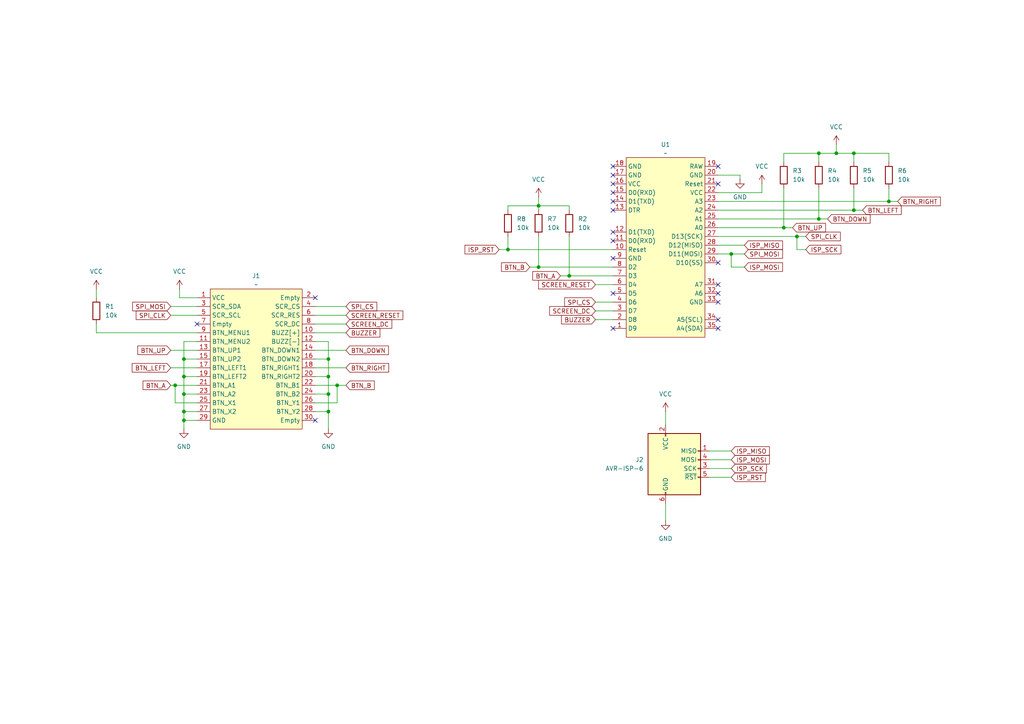
<source format=kicad_sch>
(kicad_sch (version 20250114) (generator "eeschema") (generator_version "9.0")
  (paper "A4")
  (lib_symbols
    (symbol "Connector:AVR-ISP-6" (pin_names (offset 1.016))
      (property "Reference" "J" (at -6.35 11.43 0))
      (property "Value" "AVR-ISP-6" (at 0 11.43 0))
      (symbol "AVR-ISP-6_0_1"
        (rectangle (start -2.667 10.16) (end -2.413 9.398))
        (rectangle (start -2.667 -6.858) (end -2.413 -7.62))
        (rectangle (start 7.62 10.16) (end -7.62 -7.62) (stroke (width 0.254)) (fill (type background)))
        (rectangle (start 7.62 5.207) (end 6.858 4.953))
        (rectangle (start 7.62 2.667) (end 6.858 2.413))
        (rectangle (start 7.62 0.127) (end 6.858 -0.127))
        (rectangle (start 7.62 -2.413) (end 6.858 -2.667))
      )
      (symbol "AVR-ISP-6_1_1"
        (pin passive line (at -2.54 12.7 270) (length 2.54) (name "VCC") (number "2"))
        (pin passive line (at -2.54 -10.16 90) (length 2.54) (name "GND") (number "6"))
        (pin passive line (at 10.16 5.08 180) (length 2.54) (name "MISO") (number "1"))
        (pin passive line (at 10.16 2.54 180) (length 2.54) (name "MOSI") (number "4"))
        (pin passive line (at 10.16 0 180) (length 2.54) (name "SCK") (number "3"))
        (pin passive line (at 10.16 -2.54 180) (length 2.54) (name "~{RST}") (number "5"))
      )
    )
    (symbol "Device:R" (pin_numbers (hide yes)) (pin_names (offset 0))
      (property "Reference" "R" (at 2.032 0 90))
      (property "Value" "R" (at 0 0 90))
      (symbol "R_0_1"
        (rectangle (start -1.016 -2.54) (end 1.016 2.54) (stroke (width 0.254)))
      )
      (symbol "R_1_1"
        (pin passive line (at 0 3.81 270) (length 1.27) (name "~") (number "1"))
        (pin passive line (at 0 -3.81 90) (length 1.27) (name "~") (number "2"))
      )
    )
    (symbol "carts:Arduino_Pro_Mini"
      (property "Reference" "U" (at -0.254 28.702 0))
      (symbol "Arduino_Pro_Mini_1_1"
        (rectangle (start -11.43 26.67) (end 11.43 -25.4) (fill (type background)))
        (pin passive line (at -15.24 24.13 0) (length 3.81) (name "GND") (number "18"))
        (pin passive line (at -15.24 21.59 0) (length 3.81) (name "GND") (number "17"))
        (pin passive line (at -15.24 19.05 0) (length 3.81) (name "VCC") (number "16"))
        (pin bidirectional line (at -15.24 16.51 0) (length 3.81) (name "D0(RXD)") (number "15"))
        (pin bidirectional line (at -15.24 13.97 0) (length 3.81) (name "D1(TXD)") (number "14"))
        (pin bidirectional line (at -15.24 11.43 0) (length 3.81) (name "DTR") (number "13"))
        (pin bidirectional line (at -15.24 5.08 0) (length 3.81) (name "D1(TXD)") (number "12"))
        (pin bidirectional line (at -15.24 2.54 0) (length 3.81) (name "D0(RXD)") (number "11"))
        (pin bidirectional line (at -15.24 0 0) (length 3.81) (name "Reset") (number "10"))
        (pin passive line (at -15.24 -2.54 0) (length 3.81) (name "GND") (number "9"))
        (pin bidirectional line (at -15.24 -5.08 0) (length 3.81) (name "D2") (number "8"))
        (pin bidirectional line (at -15.24 -7.62 0) (length 3.81) (name "D3") (number "7"))
        (pin bidirectional line (at -15.24 -10.16 0) (length 3.81) (name "D4") (number "6"))
        (pin bidirectional line (at -15.24 -12.7 0) (length 3.81) (name "D5") (number "5"))
        (pin bidirectional line (at -15.24 -15.24 0) (length 3.81) (name "D6") (number "4"))
        (pin bidirectional line (at -15.24 -17.78 0) (length 3.81) (name "D7") (number "3"))
        (pin bidirectional line (at -15.24 -20.32 0) (length 3.81) (name "D8") (number "2"))
        (pin bidirectional line (at -15.24 -22.86 0) (length 3.81) (name "D9") (number "1"))
        (pin bidirectional line (at 15.24 24.13 180) (length 3.81) (name "RAW") (number "19"))
        (pin passive line (at 15.24 21.59 180) (length 3.81) (name "GND") (number "20"))
        (pin bidirectional line (at 15.24 19.05 180) (length 3.81) (name "Reset") (number "21"))
        (pin passive line (at 15.24 16.51 180) (length 3.81) (name "VCC") (number "22"))
        (pin bidirectional line (at 15.24 13.97 180) (length 3.81) (name "A3") (number "23"))
        (pin bidirectional line (at 15.24 11.43 180) (length 3.81) (name "A2") (number "24"))
        (pin bidirectional line (at 15.24 8.89 180) (length 3.81) (name "A1") (number "25"))
        (pin bidirectional line (at 15.24 6.35 180) (length 3.81) (name "A0") (number "26"))
        (pin bidirectional line (at 15.24 3.81 180) (length 3.81) (name "D13(SCK)") (number "27"))
        (pin bidirectional line (at 15.24 1.27 180) (length 3.81) (name "D12(MISO)") (number "28"))
        (pin bidirectional line (at 15.24 -1.27 180) (length 3.81) (name "D11(MOSI)") (number "29"))
        (pin bidirectional line (at 15.24 -3.81 180) (length 3.81) (name "D10(SS)") (number "30"))
        (pin bidirectional line (at 15.24 -10.16 180) (length 3.81) (name "A7") (number "31"))
        (pin bidirectional line (at 15.24 -12.7 180) (length 3.81) (name "A6") (number "32"))
        (pin passive line (at 15.24 -15.24 180) (length 3.81) (name "GND") (number "33"))
        (pin bidirectional line (at 15.24 -20.32 180) (length 3.81) (name "A5(SCL)") (number "34"))
        (pin bidirectional line (at 15.24 -22.86 180) (length 3.81) (name "A4(SDA)") (number "35"))
      )
    )
    (symbol "carts:Edge_Connector"
      (property "Reference" "J" (at 1.016 22.352 0))
      (symbol "Edge_Connector_1_1"
        (rectangle (start -12.7 20.32) (end 13.97 -20.32) (fill (type background)))
        (pin power_out line (at -16.51 17.78 0) (length 3.81) (name "VCC") (number "1"))
        (pin passive line (at -16.51 15.24 0) (length 3.81) (name "SCR_SDA") (number "3"))
        (pin passive line (at -16.51 12.7 0) (length 3.81) (name "SCR_SCL") (number "5"))
        (pin passive line (at -16.51 10.16 0) (length 3.81) (name "Empty") (number "7"))
        (pin passive line (at -16.51 7.62 0) (length 3.81) (name "BTN_MENU1") (number "9"))
        (pin passive line (at -16.51 5.08 0) (length 3.81) (name "BTN_MENU2") (number "11"))
        (pin passive line (at -16.51 2.54 0) (length 3.81) (name "BTN_UP1") (number "13"))
        (pin passive line (at -16.51 0 0) (length 3.81) (name "BTN_UP2") (number "15"))
        (pin passive line (at -16.51 -2.54 0) (length 3.81) (name "BTN_LEFT1") (number "17"))
        (pin passive line (at -16.51 -5.08 0) (length 3.81) (name "BTN_LEFT2") (number "19"))
        (pin passive line (at -16.51 -7.62 0) (length 3.81) (name "BTN_A1") (number "21"))
        (pin passive line (at -16.51 -10.16 0) (length 3.81) (name "BTN_A2") (number "23"))
        (pin passive line (at -16.51 -12.7 0) (length 3.81) (name "BTN_X1") (number "25"))
        (pin passive line (at -16.51 -15.24 0) (length 3.81) (name "BTN_X2") (number "27"))
        (pin power_out line (at -16.51 -17.78 0) (length 3.81) (name "GND") (number "29"))
        (pin passive line (at 17.78 17.78 180) (length 3.81) (name "Empty") (number "2"))
        (pin passive line (at 17.78 15.24 180) (length 3.81) (name "SCR_CS") (number "4"))
        (pin passive line (at 17.78 12.7 180) (length 3.81) (name "SCR_RES") (number "6"))
        (pin passive line (at 17.78 10.16 180) (length 3.81) (name "SCR_DC") (number "8"))
        (pin passive line (at 17.78 7.62 180) (length 3.81) (name "BUZZ[+]") (number "10"))
        (pin passive line (at 17.78 5.08 180) (length 3.81) (name "BUZZ[-]") (number "12"))
        (pin passive line (at 17.78 2.54 180) (length 3.81) (name "BTN_DOWN1") (number "14"))
        (pin passive line (at 17.78 0 180) (length 3.81) (name "BTN_DOWN2") (number "16"))
        (pin passive line (at 17.78 -2.54 180) (length 3.81) (name "BTN_RIGHT1") (number "18"))
        (pin passive line (at 17.78 -5.08 180) (length 3.81) (name "BTN_RIGHT2") (number "20"))
        (pin passive line (at 17.78 -7.62 180) (length 3.81) (name "BTN_B1") (number "22"))
        (pin passive line (at 17.78 -10.16 180) (length 3.81) (name "BTN_B2") (number "24"))
        (pin passive line (at 17.78 -12.7 180) (length 3.81) (name "BTN_Y1") (number "26"))
        (pin passive line (at 17.78 -15.24 180) (length 3.81) (name "BTN_Y2") (number "28"))
        (pin passive line (at 17.78 -17.78 180) (length 3.81) (name "Empty") (number "30"))
      )
    )
    (symbol "power:GND" (power) (pin_numbers (hide yes)) (pin_names (offset 0) (hide yes))
      (property "Value" "GND" (at 0 -3.81 0))
      (symbol "GND_0_1"
        (polyline (pts (xy 0 0) (xy 0 -1.27) (xy 1.27 -1.27) (xy 0 -2.54) (xy -1.27 -1.27) (xy 0 -1.27)))
      )
      (symbol "GND_1_1"
        (pin power_in line (at 0 0 270) (length 0) (name "~") (number "1"))
      )
    )
    (symbol "power:VCC" (power) (pin_numbers (hide yes)) (pin_names (offset 0) (hide yes))
      (property "Value" "VCC" (at 0 3.556 0))
      (symbol "VCC_0_1"
        (polyline (pts (xy -0.762 1.27) (xy 0 2.54)))
        (polyline (pts (xy 0 2.54) (xy 0.762 1.27)))
        (polyline (pts (xy 0 0) (xy 0 2.54)))
      )
      (symbol "VCC_1_1"
        (pin power_in line (at 0 0 90) (length 0) (name "~") (number "1"))
      )
    )
  )
  (junction (at 53.34 104.14))
  (junction (at 95.25 114.3))
  (junction (at 95.25 104.14))
  (junction (at 247.65 60.96))
  (junction (at 156.21 59.69))
  (junction (at 97.79 111.76))
  (junction (at 242.57 44.45))
  (junction (at 165.1 80.01))
  (junction (at 237.49 44.45))
  (junction (at 53.34 114.3))
  (junction (at 95.25 109.22))
  (junction (at 227.33 66.04))
  (junction (at 257.81 58.42))
  (junction (at 212.09 73.66))
  (junction (at 53.34 121.92))
  (junction (at 147.32 72.39))
  (junction (at 231.14 68.58))
  (junction (at 50.8 111.76))
  (junction (at 237.49 63.5))
  (junction (at 53.34 119.38))
  (junction (at 53.34 109.22))
  (junction (at 95.25 119.38))
  (junction (at 156.21 77.47))
  (junction (at 247.65 44.45))
  (no_connect (at 208.28 92.71))
  (no_connect (at 177.8 50.8))
  (no_connect (at 57.15 93.98))
  (no_connect (at 177.8 55.88))
  (no_connect (at 177.8 48.26))
  (no_connect (at 177.8 85.09))
  (no_connect (at 91.44 86.36))
  (no_connect (at 208.28 76.2))
  (no_connect (at 91.44 121.92))
  (no_connect (at 208.28 48.26))
  (no_connect (at 208.28 85.09))
  (no_connect (at 177.8 74.93))
  (no_connect (at 177.8 69.85))
  (no_connect (at 208.28 53.34))
  (no_connect (at 177.8 53.34))
  (no_connect (at 177.8 67.31))
  (no_connect (at 208.28 87.63))
  (no_connect (at 208.28 95.25))
  (no_connect (at 177.8 95.25))
  (no_connect (at 208.28 82.55))
  (no_connect (at 177.8 58.42))
  (no_connect (at 177.8 60.96))
  (wire (pts (xy 227.33 54.61) (xy 227.33 66.04)))
  (wire (pts (xy 57.15 96.52) (xy 27.94 96.52)))
  (wire (pts (xy 257.81 44.45) (xy 257.81 46.99)))
  (wire (pts (xy 205.74 133.35) (xy 212.09 133.35)))
  (wire (pts (xy 53.34 121.92) (xy 53.34 124.46)))
  (wire (pts (xy 208.28 50.8) (xy 214.63 50.8)))
  (wire (pts (xy 95.25 119.38) (xy 95.25 124.46)))
  (wire (pts (xy 257.81 58.42) (xy 260.35 58.42)))
  (wire (pts (xy 50.8 111.76) (xy 57.15 111.76)))
  (wire (pts (xy 208.28 71.12) (xy 215.9 71.12)))
  (wire (pts (xy 91.44 96.52) (xy 100.33 96.52)))
  (wire (pts (xy 242.57 41.91) (xy 242.57 44.45)))
  (wire (pts (xy 237.49 44.45) (xy 237.49 46.99)))
  (wire (pts (xy 205.74 130.81) (xy 212.09 130.81)))
  (wire (pts (xy 147.32 60.96) (xy 147.32 59.69)))
  (wire (pts (xy 91.44 93.98) (xy 100.33 93.98)))
  (wire (pts (xy 49.53 111.76) (xy 50.8 111.76)))
  (wire (pts (xy 91.44 106.68) (xy 100.33 106.68)))
  (wire (pts (xy 49.53 101.6) (xy 57.15 101.6)))
  (wire (pts (xy 193.04 146.05) (xy 193.04 151.13)))
  (wire (pts (xy 208.28 60.96) (xy 247.65 60.96)))
  (wire (pts (xy 95.25 119.38) (xy 91.44 119.38)))
  (wire (pts (xy 91.44 111.76) (xy 97.79 111.76)))
  (wire (pts (xy 50.8 116.84) (xy 50.8 111.76)))
  (wire (pts (xy 57.15 99.06) (xy 53.34 99.06)))
  (wire (pts (xy 53.34 99.06) (xy 53.34 104.14)))
  (wire (pts (xy 91.44 104.14) (xy 95.25 104.14)))
  (wire (pts (xy 227.33 66.04) (xy 229.87 66.04)))
  (wire (pts (xy 231.14 72.39) (xy 231.14 68.58)))
  (wire (pts (xy 215.9 77.47) (xy 212.09 77.47)))
  (wire (pts (xy 242.57 44.45) (xy 247.65 44.45)))
  (wire (pts (xy 165.1 59.69) (xy 165.1 60.96)))
  (wire (pts (xy 57.15 119.38) (xy 53.34 119.38)))
  (wire (pts (xy 205.74 138.43) (xy 212.09 138.43)))
  (wire (pts (xy 53.34 104.14) (xy 53.34 109.22)))
  (wire (pts (xy 208.28 68.58) (xy 231.14 68.58)))
  (wire (pts (xy 57.15 109.22) (xy 53.34 109.22)))
  (wire (pts (xy 247.65 44.45) (xy 247.65 46.99)))
  (wire (pts (xy 156.21 59.69) (xy 156.21 60.96)))
  (wire (pts (xy 156.21 57.15) (xy 156.21 59.69)))
  (wire (pts (xy 57.15 121.92) (xy 53.34 121.92)))
  (wire (pts (xy 205.74 135.89) (xy 212.09 135.89)))
  (wire (pts (xy 214.63 50.8) (xy 214.63 52.07)))
  (wire (pts (xy 49.53 91.44) (xy 57.15 91.44)))
  (wire (pts (xy 91.44 99.06) (xy 95.25 99.06)))
  (wire (pts (xy 91.44 101.6) (xy 100.33 101.6)))
  (wire (pts (xy 165.1 68.58) (xy 165.1 80.01)))
  (wire (pts (xy 57.15 104.14) (xy 53.34 104.14)))
  (wire (pts (xy 95.25 114.3) (xy 95.25 119.38)))
  (wire (pts (xy 49.53 88.9) (xy 57.15 88.9)))
  (wire (pts (xy 208.28 58.42) (xy 257.81 58.42)))
  (wire (pts (xy 49.53 106.68) (xy 57.15 106.68)))
  (wire (pts (xy 247.65 44.45) (xy 257.81 44.45)))
  (wire (pts (xy 53.34 119.38) (xy 53.34 121.92)))
  (wire (pts (xy 162.56 80.01) (xy 165.1 80.01)))
  (wire (pts (xy 95.25 109.22) (xy 95.25 114.3)))
  (wire (pts (xy 57.15 86.36) (xy 52.07 86.36)))
  (wire (pts (xy 91.44 114.3) (xy 95.25 114.3)))
  (wire (pts (xy 147.32 72.39) (xy 177.8 72.39)))
  (wire (pts (xy 247.65 60.96) (xy 250.19 60.96)))
  (wire (pts (xy 57.15 116.84) (xy 50.8 116.84)))
  (wire (pts (xy 165.1 80.01) (xy 177.8 80.01)))
  (wire (pts (xy 208.28 63.5) (xy 237.49 63.5)))
  (wire (pts (xy 237.49 63.5) (xy 240.03 63.5)))
  (wire (pts (xy 212.09 73.66) (xy 215.9 73.66)))
  (wire (pts (xy 147.32 68.58) (xy 147.32 72.39)))
  (wire (pts (xy 53.34 119.38) (xy 53.34 114.3)))
  (wire (pts (xy 208.28 66.04) (xy 227.33 66.04)))
  (wire (pts (xy 156.21 77.47) (xy 177.8 77.47)))
  (wire (pts (xy 233.68 72.39) (xy 231.14 72.39)))
  (wire (pts (xy 208.28 55.88) (xy 220.98 55.88)))
  (wire (pts (xy 91.44 116.84) (xy 97.79 116.84)))
  (wire (pts (xy 91.44 88.9) (xy 100.33 88.9)))
  (wire (pts (xy 237.49 54.61) (xy 237.49 63.5)))
  (wire (pts (xy 172.72 92.71) (xy 177.8 92.71)))
  (wire (pts (xy 144.78 72.39) (xy 147.32 72.39)))
  (wire (pts (xy 212.09 77.47) (xy 212.09 73.66)))
  (wire (pts (xy 27.94 83.82) (xy 27.94 86.36)))
  (wire (pts (xy 156.21 59.69) (xy 165.1 59.69)))
  (wire (pts (xy 52.07 86.36) (xy 52.07 83.82)))
  (wire (pts (xy 156.21 68.58) (xy 156.21 77.47)))
  (wire (pts (xy 227.33 44.45) (xy 237.49 44.45)))
  (wire (pts (xy 231.14 68.58) (xy 233.68 68.58)))
  (wire (pts (xy 220.98 55.88) (xy 220.98 53.34)))
  (wire (pts (xy 153.67 77.47) (xy 156.21 77.47)))
  (wire (pts (xy 95.25 104.14) (xy 95.25 109.22)))
  (wire (pts (xy 91.44 109.22) (xy 95.25 109.22)))
  (wire (pts (xy 147.32 59.69) (xy 156.21 59.69)))
  (wire (pts (xy 97.79 111.76) (xy 100.33 111.76)))
  (wire (pts (xy 208.28 73.66) (xy 212.09 73.66)))
  (wire (pts (xy 227.33 44.45) (xy 227.33 46.99)))
  (wire (pts (xy 97.79 116.84) (xy 97.79 111.76)))
  (wire (pts (xy 53.34 114.3) (xy 57.15 114.3)))
  (wire (pts (xy 172.72 87.63) (xy 177.8 87.63)))
  (wire (pts (xy 172.72 82.55) (xy 177.8 82.55)))
  (wire (pts (xy 53.34 109.22) (xy 53.34 114.3)))
  (wire (pts (xy 91.44 91.44) (xy 100.33 91.44)))
  (wire (pts (xy 257.81 54.61) (xy 257.81 58.42)))
  (wire (pts (xy 237.49 44.45) (xy 242.57 44.45)))
  (wire (pts (xy 27.94 96.52) (xy 27.94 93.98)))
  (wire (pts (xy 95.25 99.06) (xy 95.25 104.14)))
  (wire (pts (xy 247.65 54.61) (xy 247.65 60.96)))
  (wire (pts (xy 193.04 119.38) (xy 193.04 123.19)))
  (wire (pts (xy 172.72 90.17) (xy 177.8 90.17)))
  (global_label "ISP_SCK" (shape input) (at 233.68 72.39 0) (property "Intersheetrefs" "${INTERSHEET_REFS}" (effects (hide yes))))
  (global_label "SCREEN_DC" (shape input) (at 172.72 90.17 180) (property "Intersheetrefs" "${INTERSHEET_REFS}" (effects (hide yes))))
  (global_label "SPI_MOSI" (shape input) (at 215.9 73.66 0) (property "Intersheetrefs" "${INTERSHEET_REFS}" (effects (hide yes))))
  (global_label "ISP_MISO" (shape input) (at 215.9 71.12 0) (property "Intersheetrefs" "${INTERSHEET_REFS}" (effects (hide yes))))
  (global_label "BTN_LEFT" (shape input) (at 49.53 106.68 180) (property "Intersheetrefs" "${INTERSHEET_REFS}" (effects (hide yes))))
  (global_label "BTN_A" (shape input) (at 162.56 80.01 180) (property "Intersheetrefs" "${INTERSHEET_REFS}" (effects (hide yes))))
  (global_label "BTN_LEFT" (shape input) (at 250.19 60.96 0) (property "Intersheetrefs" "${INTERSHEET_REFS}" (effects (hide yes))))
  (global_label "BUZZER" (shape input) (at 172.72 92.71 180) (property "Intersheetrefs" "${INTERSHEET_REFS}" (effects (hide yes))))
  (global_label "BTN_DOWN" (shape input) (at 240.03 63.5 0) (property "Intersheetrefs" "${INTERSHEET_REFS}" (effects (hide yes))))
  (global_label "SPI_MOSI" (shape input) (at 49.53 88.9 180) (property "Intersheetrefs" "${INTERSHEET_REFS}" (effects (hide yes))))
  (global_label "SPI_CS" (shape input) (at 100.33 88.9 0) (property "Intersheetrefs" "${INTERSHEET_REFS}" (effects (hide yes))))
  (global_label "SPI_CLK" (shape input) (at 233.68 68.58 0) (property "Intersheetrefs" "${INTERSHEET_REFS}" (effects (hide yes))))
  (global_label "BTN_UP" (shape input) (at 49.53 101.6 180) (property "Intersheetrefs" "${INTERSHEET_REFS}" (effects (hide yes))))
  (global_label "ISP_MISO" (shape input) (at 212.09 130.81 0) (property "Intersheetrefs" "${INTERSHEET_REFS}" (effects (hide yes))))
  (global_label "ISP_RST" (shape input) (at 212.09 138.43 0) (property "Intersheetrefs" "${INTERSHEET_REFS}" (effects (hide yes))))
  (global_label "BUZZER" (shape input) (at 100.33 96.52 0) (property "Intersheetrefs" "${INTERSHEET_REFS}" (effects (hide yes))))
  (global_label "BTN_RIGHT" (shape input) (at 260.35 58.42 0) (property "Intersheetrefs" "${INTERSHEET_REFS}" (effects (hide yes))))
  (global_label "SPI_CS" (shape input) (at 172.72 87.63 180) (property "Intersheetrefs" "${INTERSHEET_REFS}" (effects (hide yes))))
  (global_label "ISP_MOSI" (shape input) (at 215.9 77.47 0) (property "Intersheetrefs" "${INTERSHEET_REFS}" (effects (hide yes))))
  (global_label "SCREEN_RESET" (shape input) (at 172.72 82.55 180) (property "Intersheetrefs" "${INTERSHEET_REFS}" (effects (hide yes))))
  (global_label "ISP_RST" (shape input) (at 144.78 72.39 180) (property "Intersheetrefs" "${INTERSHEET_REFS}" (effects (hide yes))))
  (global_label "ISP_MOSI" (shape input) (at 212.09 133.35 0) (property "Intersheetrefs" "${INTERSHEET_REFS}" (effects (hide yes))))
  (global_label "BTN_A" (shape input) (at 49.53 111.76 180) (property "Intersheetrefs" "${INTERSHEET_REFS}" (effects (hide yes))))
  (global_label "BTN_B" (shape input) (at 153.67 77.47 180) (property "Intersheetrefs" "${INTERSHEET_REFS}" (effects (hide yes))))
  (global_label "SCREEN_DC" (shape input) (at 100.33 93.98 0) (property "Intersheetrefs" "${INTERSHEET_REFS}" (effects (hide yes))))
  (global_label "BTN_UP" (shape input) (at 229.87 66.04 0) (property "Intersheetrefs" "${INTERSHEET_REFS}" (effects (hide yes))))
  (global_label "BTN_RIGHT" (shape input) (at 100.33 106.68 0) (property "Intersheetrefs" "${INTERSHEET_REFS}" (effects (hide yes))))
  (global_label "ISP_SCK" (shape input) (at 212.09 135.89 0) (property "Intersheetrefs" "${INTERSHEET_REFS}" (effects (hide yes))))
  (global_label "SPI_CLK" (shape input) (at 49.53 91.44 180) (property "Intersheetrefs" "${INTERSHEET_REFS}" (effects (hide yes))))
  (global_label "SCREEN_RESET" (shape input) (at 100.33 91.44 0) (property "Intersheetrefs" "${INTERSHEET_REFS}" (effects (hide yes))))
  (global_label "BTN_DOWN" (shape input) (at 100.33 101.6 0) (property "Intersheetrefs" "${INTERSHEET_REFS}" (effects (hide yes))))
  (global_label "BTN_B" (shape input) (at 100.33 111.76 0) (property "Intersheetrefs" "${INTERSHEET_REFS}" (effects (hide yes))))
  (symbol (lib_id "Device:R") (at 165.1 64.77 0) (unit 1)
    (property "Reference" "R2" (at 167.64 63.4999 0) (effects (justify left)))
    (property "Value" "10k" (at 167.64 66.0399 0) (effects (justify left)))
    (property "Description" "Resistor" (effects (hide yes)))
  )
  (symbol (lib_id "power:VCC") (at 52.07 83.82 0) (unit 1)
    (property "Reference" "#PWR02" (effects (hide yes)))
    (property "Value" "VCC" (at 52.07 78.74 0))
    (property "Description" "Power symbol creates a global label with name \"VCC\"" (effects (hide yes)))
  )
  (symbol (lib_id "Device:R") (at 257.81 50.8 0) (unit 1)
    (property "Reference" "R6" (at 260.35 49.5299 0) (effects (justify left)))
    (property "Value" "10k" (at 260.35 52.0699 0) (effects (justify left)))
    (property "Description" "Resistor" (effects (hide yes)))
  )
  (symbol (lib_id "Device:R") (at 27.94 90.17 0) (unit 1)
    (property "Reference" "R1" (at 30.48 88.8999 0) (effects (justify left)))
    (property "Value" "10k" (at 30.48 91.4399 0) (effects (justify left)))
    (property "Description" "Resistor" (effects (hide yes)))
  )
  (symbol (lib_id "Device:R") (at 247.65 50.8 0) (unit 1)
    (property "Reference" "R5" (at 250.19 49.5299 0) (effects (justify left)))
    (property "Value" "10k" (at 250.19 52.0699 0) (effects (justify left)))
    (property "Description" "Resistor" (effects (hide yes)))
  )
  (symbol (lib_id "power:VCC") (at 27.94 83.82 0) (unit 1)
    (property "Reference" "#PWR06" (effects (hide yes)))
    (property "Value" "VCC" (at 27.94 78.74 0))
    (property "Description" "Power symbol creates a global label with name \"VCC\"" (effects (hide yes)))
  )
  (symbol (lib_id "power:GND") (at 214.63 52.07 0) (unit 1)
    (property "Reference" "#PWR05" (effects (hide yes)))
    (property "Value" "GND" (at 214.63 57.15 0))
    (property "Description" "Power symbol creates a global label with name \"GND\" , ground" (effects (hide yes)))
  )
  (symbol (lib_id "power:GND") (at 95.25 124.46 0) (unit 1)
    (property "Reference" "#PWR03" (effects (hide yes)))
    (property "Value" "GND" (at 95.25 129.54 0))
    (property "Description" "Power symbol creates a global label with name \"GND\" , ground" (effects (hide yes)))
  )
  (symbol (lib_id "carts:Edge_Connector") (at 73.66 104.14 0) (unit 1)
    (property "Reference" "J1" (at 74.295 80.01 0))
    (property "Value" "~" (at 74.295 82.55 0))
  )
  (symbol (lib_id "Device:R") (at 237.49 50.8 0) (unit 1)
    (property "Reference" "R4" (at 240.03 49.5299 0) (effects (justify left)))
    (property "Value" "10k" (at 240.03 52.0699 0) (effects (justify left)))
    (property "Description" "Resistor" (effects (hide yes)))
  )
  (symbol (lib_id "Device:R") (at 147.32 64.77 0) (unit 1)
    (property "Reference" "R8" (at 149.86 63.4999 0) (effects (justify left)))
    (property "Value" "10k" (at 149.86 66.0399 0) (effects (justify left)))
    (property "Description" "Resistor" (effects (hide yes)))
  )
  (symbol (lib_id "power:VCC") (at 242.57 41.91 0) (unit 1)
    (property "Reference" "#PWR010" (effects (hide yes)))
    (property "Value" "VCC" (at 242.57 36.83 0))
    (property "Description" "Power symbol creates a global label with name \"VCC\"" (effects (hide yes)))
  )
  (symbol (lib_id "Connector:AVR-ISP-6") (at 195.58 135.89 0) (unit 1)
    (property "Reference" "J2" (at 186.69 133.3499 0) (effects (justify right)))
    (property "Value" "AVR-ISP-6" (at 186.69 135.8899 0) (effects (justify right)))
    (property "Description" "Atmel 6-pin ISP connector" (effects (hide yes)))
  )
  (symbol (lib_id "power:VCC") (at 220.98 53.34 0) (unit 1)
    (property "Reference" "#PWR04" (effects (hide yes)))
    (property "Value" "VCC" (at 220.98 48.26 0))
    (property "Description" "Power symbol creates a global label with name \"VCC\"" (effects (hide yes)))
  )
  (symbol (lib_id "Device:R") (at 156.21 64.77 0) (unit 1)
    (property "Reference" "R7" (at 158.75 63.4999 0) (effects (justify left)))
    (property "Value" "10k" (at 158.75 66.0399 0) (effects (justify left)))
    (property "Description" "Resistor" (effects (hide yes)))
  )
  (symbol (lib_id "power:VCC") (at 193.04 119.38 0) (unit 1)
    (property "Reference" "#PWR08" (effects (hide yes)))
    (property "Value" "VCC" (at 193.04 114.3 0))
    (property "Description" "Power symbol creates a global label with name \"VCC\"" (effects (hide yes)))
  )
  (symbol (lib_id "power:GND") (at 53.34 124.46 0) (unit 1)
    (property "Reference" "#PWR01" (effects (hide yes)))
    (property "Value" "GND" (at 53.34 129.54 0))
    (property "Description" "Power symbol creates a global label with name \"GND\" , ground" (effects (hide yes)))
  )
  (symbol (lib_id "Device:R") (at 227.33 50.8 0) (unit 1)
    (property "Reference" "R3" (at 229.87 49.5299 0) (effects (justify left)))
    (property "Value" "10k" (at 229.87 52.0699 0) (effects (justify left)))
    (property "Description" "Resistor" (effects (hide yes)))
  )
  (symbol (lib_id "carts:Arduino_Pro_Mini") (at 193.04 72.39 0) (unit 1)
    (property "Reference" "U1" (at 193.04 41.91 0))
    (property "Value" "~" (at 193.04 44.45 0))
  )
  (symbol (lib_id "power:GND") (at 193.04 151.13 0) (unit 1)
    (property "Reference" "#PWR09" (effects (hide yes)))
    (property "Value" "GND" (at 193.04 156.21 0))
    (property "Description" "Power symbol creates a global label with name \"GND\" , ground" (effects (hide yes)))
  )
  (symbol (lib_id "power:VCC") (at 156.21 57.15 0) (unit 1)
    (property "Reference" "#PWR07" (effects (hide yes)))
    (property "Value" "VCC" (at 156.21 52.07 0))
    (property "Description" "Power symbol creates a global label with name \"VCC\"" (effects (hide yes)))
  )
)
</source>
